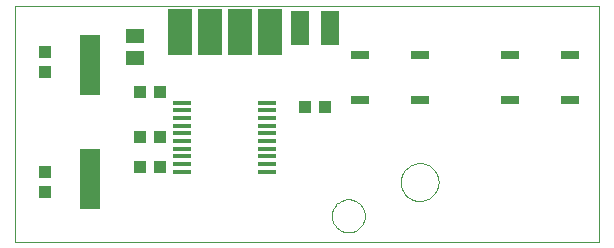
<source format=gtp>
G75*
G70*
%OFA0B0*%
%FSLAX24Y24*%
%IPPOS*%
%LPD*%
%AMOC8*
5,1,8,0,0,1.08239X$1,22.5*
%
%ADD10C,0.0000*%
%ADD11R,0.0591X0.0157*%
%ADD12R,0.0700X0.2000*%
%ADD13R,0.0433X0.0394*%
%ADD14R,0.0591X0.0512*%
%ADD15R,0.0394X0.0433*%
%ADD16R,0.0787X0.1575*%
%ADD17R,0.0591X0.1181*%
%ADD18R,0.0600X0.0300*%
D10*
X000282Y000282D02*
X000282Y008152D01*
X019774Y008152D01*
X019774Y000282D01*
X000282Y000282D01*
X010856Y001157D02*
X010858Y001204D01*
X010864Y001250D01*
X010874Y001296D01*
X010887Y001341D01*
X010905Y001384D01*
X010926Y001426D01*
X010950Y001466D01*
X010978Y001503D01*
X011009Y001538D01*
X011043Y001571D01*
X011079Y001600D01*
X011118Y001626D01*
X011159Y001649D01*
X011202Y001668D01*
X011246Y001684D01*
X011291Y001696D01*
X011337Y001704D01*
X011384Y001708D01*
X011430Y001708D01*
X011477Y001704D01*
X011523Y001696D01*
X011568Y001684D01*
X011612Y001668D01*
X011655Y001649D01*
X011696Y001626D01*
X011735Y001600D01*
X011771Y001571D01*
X011805Y001538D01*
X011836Y001503D01*
X011864Y001466D01*
X011888Y001426D01*
X011909Y001384D01*
X011927Y001341D01*
X011940Y001296D01*
X011950Y001250D01*
X011956Y001204D01*
X011958Y001157D01*
X011956Y001110D01*
X011950Y001064D01*
X011940Y001018D01*
X011927Y000973D01*
X011909Y000930D01*
X011888Y000888D01*
X011864Y000848D01*
X011836Y000811D01*
X011805Y000776D01*
X011771Y000743D01*
X011735Y000714D01*
X011696Y000688D01*
X011655Y000665D01*
X011612Y000646D01*
X011568Y000630D01*
X011523Y000618D01*
X011477Y000610D01*
X011430Y000606D01*
X011384Y000606D01*
X011337Y000610D01*
X011291Y000618D01*
X011246Y000630D01*
X011202Y000646D01*
X011159Y000665D01*
X011118Y000688D01*
X011079Y000714D01*
X011043Y000743D01*
X011009Y000776D01*
X010978Y000811D01*
X010950Y000848D01*
X010926Y000888D01*
X010905Y000930D01*
X010887Y000973D01*
X010874Y001018D01*
X010864Y001064D01*
X010858Y001110D01*
X010856Y001157D01*
X013152Y002282D02*
X013154Y002332D01*
X013160Y002382D01*
X013170Y002431D01*
X013184Y002479D01*
X013201Y002526D01*
X013222Y002571D01*
X013247Y002615D01*
X013275Y002656D01*
X013307Y002695D01*
X013341Y002732D01*
X013378Y002766D01*
X013418Y002796D01*
X013460Y002823D01*
X013504Y002847D01*
X013550Y002868D01*
X013597Y002884D01*
X013645Y002897D01*
X013695Y002906D01*
X013744Y002911D01*
X013795Y002912D01*
X013845Y002909D01*
X013894Y002902D01*
X013943Y002891D01*
X013991Y002876D01*
X014037Y002858D01*
X014082Y002836D01*
X014125Y002810D01*
X014166Y002781D01*
X014205Y002749D01*
X014241Y002714D01*
X014273Y002676D01*
X014303Y002636D01*
X014330Y002593D01*
X014353Y002549D01*
X014372Y002503D01*
X014388Y002455D01*
X014400Y002406D01*
X014408Y002357D01*
X014412Y002307D01*
X014412Y002257D01*
X014408Y002207D01*
X014400Y002158D01*
X014388Y002109D01*
X014372Y002061D01*
X014353Y002015D01*
X014330Y001971D01*
X014303Y001928D01*
X014273Y001888D01*
X014241Y001850D01*
X014205Y001815D01*
X014166Y001783D01*
X014125Y001754D01*
X014082Y001728D01*
X014037Y001706D01*
X013991Y001688D01*
X013943Y001673D01*
X013894Y001662D01*
X013845Y001655D01*
X013795Y001652D01*
X013744Y001653D01*
X013695Y001658D01*
X013645Y001667D01*
X013597Y001680D01*
X013550Y001696D01*
X013504Y001717D01*
X013460Y001741D01*
X013418Y001768D01*
X013378Y001798D01*
X013341Y001832D01*
X013307Y001869D01*
X013275Y001908D01*
X013247Y001949D01*
X013222Y001993D01*
X013201Y002038D01*
X013184Y002085D01*
X013170Y002133D01*
X013160Y002182D01*
X013154Y002232D01*
X013152Y002282D01*
D11*
X008709Y002631D03*
X008709Y002887D03*
X008709Y003142D03*
X008709Y003398D03*
X008709Y003654D03*
X008709Y003910D03*
X008709Y004166D03*
X008709Y004422D03*
X008709Y004678D03*
X008709Y004934D03*
X005855Y004934D03*
X005855Y004678D03*
X005855Y004422D03*
X005855Y004166D03*
X005855Y003910D03*
X005855Y003654D03*
X005855Y003398D03*
X005855Y003142D03*
X005855Y002887D03*
X005855Y002631D03*
D12*
X002782Y002382D03*
X002782Y006182D03*
D13*
X004448Y005282D03*
X005117Y005282D03*
X009948Y004782D03*
X010617Y004782D03*
D14*
X004282Y006408D03*
X004282Y007156D03*
D15*
X001282Y006617D03*
X001282Y005948D03*
X004448Y003782D03*
X005117Y003782D03*
X005117Y002782D03*
X004448Y002782D03*
X001282Y002617D03*
X001282Y001948D03*
D16*
X005782Y007282D03*
X006782Y007282D03*
X007782Y007282D03*
X008782Y007282D03*
D17*
X009782Y007407D03*
X010782Y007407D03*
D18*
X011782Y006532D03*
X013782Y006532D03*
X016782Y006532D03*
X018782Y006532D03*
X018782Y005032D03*
X016782Y005032D03*
X013782Y005032D03*
X011782Y005032D03*
M02*

</source>
